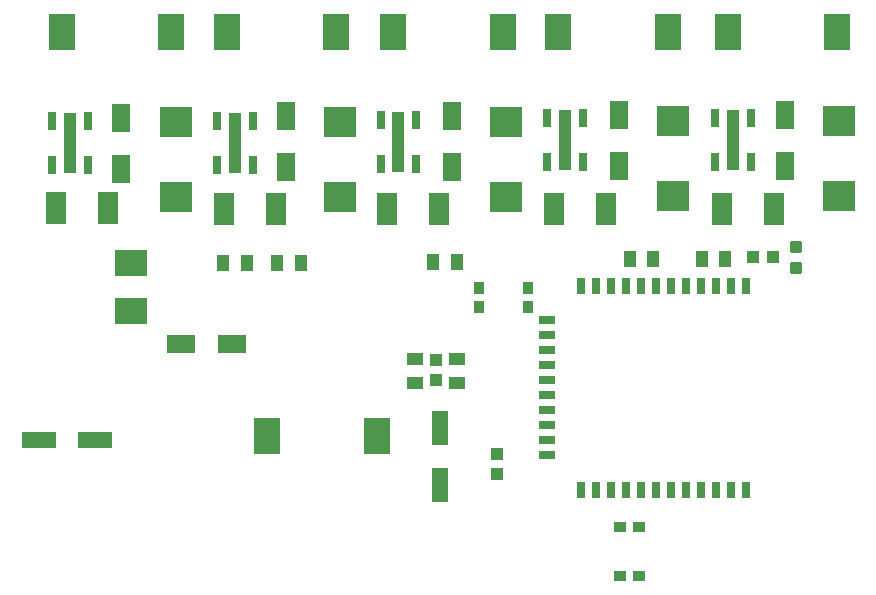
<source format=gbr>
G04 EAGLE Gerber RS-274X export*
G75*
%MOMM*%
%FSLAX34Y34*%
%LPD*%
%INSolderpaste Top*%
%IPPOS*%
%AMOC8*
5,1,8,0,0,1.08239X$1,22.5*%
G01*
%ADD10R,0.700000X1.500000*%
%ADD11R,1.000000X5.200000*%
%ADD12R,2.200000X3.100000*%
%ADD13R,1.550000X2.350000*%
%ADD14R,1.800000X2.700000*%
%ADD15R,2.700000X2.550000*%
%ADD16R,1.100000X1.400000*%
%ADD17R,1.400000X3.000000*%
%ADD18R,2.350000X1.550000*%
%ADD19R,3.000000X1.400000*%
%ADD20R,1.400000X1.100000*%
%ADD21R,1.000000X1.100000*%
%ADD22R,2.794000X2.286000*%
%ADD23C,0.300000*%
%ADD24R,1.100000X1.000000*%
%ADD25R,1.000000X0.900000*%
%ADD26R,0.900000X1.000000*%
%ADD27R,0.711200X1.422400*%
%ADD28R,1.422400X0.711200*%


D10*
X64530Y394420D03*
X34530Y394420D03*
X64530Y357420D03*
X34530Y357420D03*
D11*
X49530Y375920D03*
D12*
X42400Y469900D03*
X135400Y469900D03*
D13*
X92710Y354420D03*
X92710Y397420D03*
D14*
X81690Y321310D03*
X37690Y321310D03*
D15*
X139700Y393650D03*
X139700Y330250D03*
D10*
X342660Y395690D03*
X312660Y395690D03*
X342660Y358690D03*
X312660Y358690D03*
D11*
X327660Y377190D03*
D12*
X323070Y469900D03*
X416070Y469900D03*
D13*
X373380Y355690D03*
X373380Y398690D03*
D14*
X362360Y320040D03*
X318360Y320040D03*
D15*
X419100Y393650D03*
X419100Y330250D03*
D10*
X204230Y394420D03*
X174230Y394420D03*
X204230Y357420D03*
X174230Y357420D03*
D11*
X189230Y375920D03*
D12*
X182100Y469900D03*
X275100Y469900D03*
D13*
X232410Y355690D03*
X232410Y398690D03*
D14*
X223930Y320040D03*
X179930Y320040D03*
D15*
X278130Y393650D03*
X278130Y330250D03*
D10*
X483630Y396960D03*
X453630Y396960D03*
X483630Y359960D03*
X453630Y359960D03*
D11*
X468630Y378460D03*
D12*
X462770Y469900D03*
X555770Y469900D03*
D13*
X514350Y356960D03*
X514350Y399960D03*
D14*
X503330Y320040D03*
X459330Y320040D03*
D15*
X560070Y394920D03*
X560070Y331520D03*
D10*
X625870Y396960D03*
X595870Y396960D03*
X625870Y359960D03*
X595870Y359960D03*
D11*
X610870Y378460D03*
D12*
X606280Y469900D03*
X699280Y469900D03*
D13*
X655320Y356960D03*
X655320Y399960D03*
D14*
X645570Y320040D03*
X601570Y320040D03*
D15*
X701040Y394920D03*
X701040Y331520D03*
D16*
X179230Y274320D03*
X199230Y274320D03*
X357030Y275590D03*
X377030Y275590D03*
X224950Y274320D03*
X244950Y274320D03*
X523400Y278130D03*
X543400Y278130D03*
X604360Y278130D03*
X584360Y278130D03*
D12*
X216390Y128270D03*
X309390Y128270D03*
D17*
X363220Y134490D03*
X363220Y86490D03*
D18*
X186600Y205740D03*
X143600Y205740D03*
D19*
X22990Y124460D03*
X70990Y124460D03*
D20*
X341630Y192880D03*
X341630Y172880D03*
X377190Y172880D03*
X377190Y192880D03*
D21*
X359410Y192650D03*
X359410Y175650D03*
D22*
X101600Y274460D03*
X101600Y233540D03*
D21*
X411480Y112640D03*
X411480Y95640D03*
D23*
X660710Y274130D02*
X667710Y274130D01*
X667710Y267130D01*
X660710Y267130D01*
X660710Y274130D01*
X660710Y269980D02*
X667710Y269980D01*
X667710Y272830D02*
X660710Y272830D01*
X660710Y291670D02*
X667710Y291670D01*
X667710Y284670D01*
X660710Y284670D01*
X660710Y291670D01*
X660710Y287520D02*
X667710Y287520D01*
X667710Y290370D02*
X660710Y290370D01*
D24*
X644770Y279400D03*
X627770Y279400D03*
D25*
X515240Y50980D03*
X531240Y50980D03*
X531240Y9980D03*
X515240Y9980D03*
D26*
X437060Y253110D03*
X437060Y237110D03*
X396060Y237110D03*
X396060Y253110D03*
D27*
X482004Y82710D03*
X494704Y82710D03*
X507404Y82710D03*
X520104Y82710D03*
X532804Y82710D03*
X545504Y82710D03*
X558204Y82710D03*
X570904Y82710D03*
X583604Y82710D03*
X596304Y82710D03*
X609004Y82710D03*
X621704Y82710D03*
X482133Y255386D03*
X494833Y255386D03*
X507533Y255386D03*
X520233Y255386D03*
X532933Y255386D03*
X545633Y255386D03*
X558333Y255386D03*
X571033Y255386D03*
X583733Y255386D03*
X596433Y255386D03*
X609133Y255386D03*
X621833Y255386D03*
D28*
X453311Y124390D03*
X453311Y137090D03*
X453311Y149790D03*
X453311Y162490D03*
X453311Y175190D03*
X453311Y187890D03*
X453311Y200590D03*
X453311Y213290D03*
X453311Y225990D03*
X453293Y111917D03*
M02*

</source>
